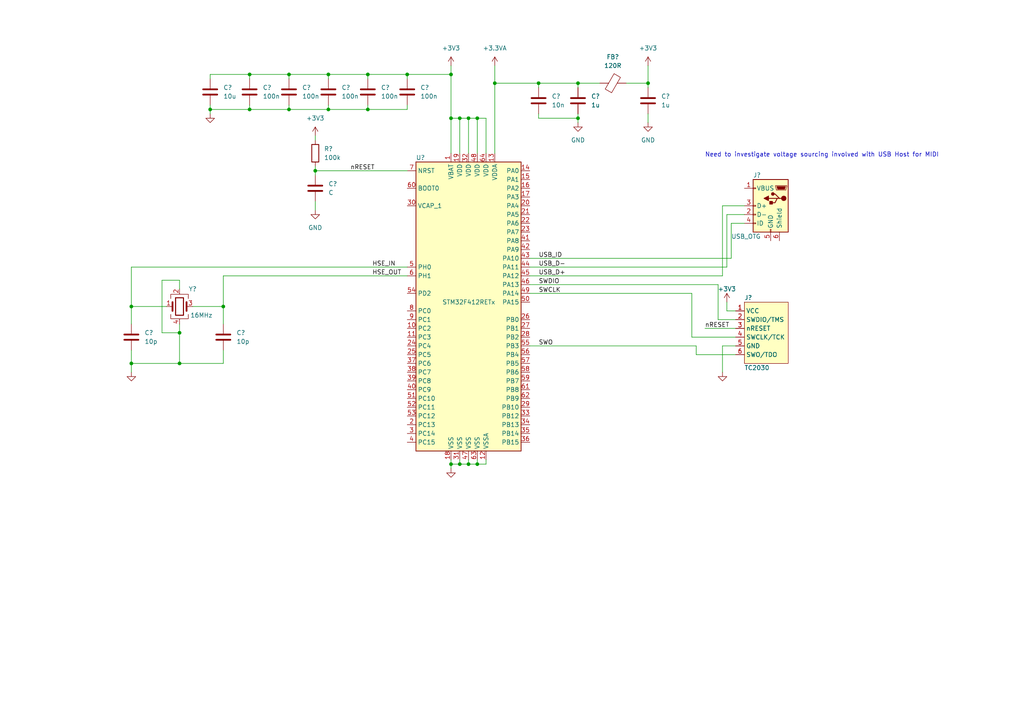
<source format=kicad_sch>
(kicad_sch (version 20211123) (generator eeschema)
  (paper "A4")
  (lib_symbols
    (symbol "Connector:USB_OTG" (pin_names (offset 1.016))
      (property "Reference" "J" (at -5.08 11.43 0))
      (property "Value" "USB_OTG" (at -5.08 8.89 0))
      (symbol "USB_OTG_0_1"
        (rectangle (start -5.08 -7.62) (end 5.08 7.62) (stroke (width 0.254)) (fill (type background)))
        (circle (center -3.81 2.159) (radius 0.635) (stroke (width 0.254)) (fill (type outline)))
        (circle (center -0.635 3.429) (radius 0.381) (stroke (width 0.254)) (fill (type outline)))
        (rectangle (start -0.127 -7.62) (end 0.127 -6.858))
        (polyline (pts (xy -1.905 2.159) (xy 0.635 2.159)) (stroke (width 0.254)))
        (polyline (pts (xy -3.175 2.159) (xy -2.54 2.159) (xy -1.27 3.429) (xy -0.635 3.429)) (stroke (width 0.254)))
        (polyline (pts (xy -2.54 2.159) (xy -1.905 2.159) (xy -1.27 0.889) (xy 0 0.889)) (stroke (width 0.254)))
        (polyline (pts (xy 0.635 2.794) (xy 0.635 1.524) (xy 1.905 2.159) (xy 0.635 2.794)) (stroke (width 0.254)) (fill (type outline)))
        (polyline (pts (xy -4.318 5.588) (xy -1.778 5.588) (xy -2.032 4.826) (xy -4.064 4.826) (xy -4.318 5.588)) (fill (type outline)))
        (polyline (pts (xy -4.699 5.842) (xy -4.699 5.588) (xy -4.445 4.826) (xy -4.445 4.572) (xy -1.651 4.572) (xy -1.651 4.826) (xy -1.397 5.588) (xy -1.397 5.842) (xy -4.699 5.842)))
        (rectangle (start 0.254 1.27) (end -0.508 0.508) (stroke (width 0.254)) (fill (type outline)))
        (rectangle (start 5.08 -5.207) (end 4.318 -4.953))
        (rectangle (start 5.08 -2.667) (end 4.318 -2.413))
        (rectangle (start 5.08 -0.127) (end 4.318 0.127))
        (rectangle (start 5.08 4.953) (end 4.318 5.207))
      )
      (symbol "USB_OTG_1_1"
        (pin passive line (at 7.62 5.08 180) (length 2.54) (name "VBUS") (number "1"))
        (pin bidirectional line (at 7.62 -2.54 180) (length 2.54) (name "D-") (number "2"))
        (pin bidirectional line (at 7.62 0 180) (length 2.54) (name "D+") (number "3"))
        (pin passive line (at 7.62 -5.08 180) (length 2.54) (name "ID") (number "4"))
        (pin passive line (at 0 -10.16 90) (length 2.54) (name "GND") (number "5"))
        (pin passive line (at -2.54 -10.16 90) (length 2.54) (name "Shield") (number "6"))
      )
    )
    (symbol "Device:C" (pin_numbers hide) (pin_names (offset 0.254))
      (property "Reference" "C" (at 0.635 2.54 0))
      (property "Value" "C" (at 0.635 -2.54 0))
      (symbol "C_0_1"
        (polyline (pts (xy -2.032 -0.762) (xy 2.032 -0.762)) (stroke (width 0.508)))
        (polyline (pts (xy -2.032 0.762) (xy 2.032 0.762)) (stroke (width 0.508)))
      )
      (symbol "C_1_1"
        (pin passive line (at 0 3.81 270) (length 2.794) (name "~") (number "1"))
        (pin passive line (at 0 -3.81 90) (length 2.794) (name "~") (number "2"))
      )
    )
    (symbol "Device:Crystal_GND24" (pin_names (offset 1.016) hide)
      (property "Reference" "Y" (at 3.175 5.08 0))
      (property "Value" "Crystal_GND24" (at 3.175 3.175 0))
      (symbol "Crystal_GND24_0_1"
        (rectangle (start -1.143 2.54) (end 1.143 -2.54) (stroke (width 0.3048)))
        (polyline (pts (xy -2.54 0) (xy -2.032 0)))
        (polyline (pts (xy -2.032 -1.27) (xy -2.032 1.27)) (stroke (width 0.508)))
        (polyline (pts (xy 0 -3.81) (xy 0 -3.556)))
        (polyline (pts (xy 0 3.556) (xy 0 3.81)))
        (polyline (pts (xy 2.032 -1.27) (xy 2.032 1.27)) (stroke (width 0.508)))
        (polyline (pts (xy 2.032 0) (xy 2.54 0)))
        (polyline (pts (xy -2.54 -2.286) (xy -2.54 -3.556) (xy 2.54 -3.556) (xy 2.54 -2.286)))
        (polyline (pts (xy -2.54 2.286) (xy -2.54 3.556) (xy 2.54 3.556) (xy 2.54 2.286)))
      )
      (symbol "Crystal_GND24_1_1"
        (pin passive line (at -3.81 0 0) (length 1.27) (name "1") (number "1"))
        (pin passive line (at 0 5.08 270) (length 1.27) (name "2") (number "2"))
        (pin passive line (at 3.81 0 180) (length 1.27) (name "3") (number "3"))
        (pin passive line (at 0 -5.08 90) (length 1.27) (name "4") (number "4"))
      )
    )
    (symbol "Device:FerriteBead" (pin_numbers hide) (pin_names (offset 0))
      (property "Reference" "FB" (at -3.81 0.635 90))
      (property "Value" "FerriteBead" (at 3.81 0 90))
      (symbol "FerriteBead_0_1"
        (polyline (pts (xy 0 -1.27) (xy 0 -1.2192)))
        (polyline (pts (xy 0 1.27) (xy 0 1.2954)))
        (polyline (pts (xy -2.7686 0.4064) (xy -1.7018 2.2606) (xy 2.7686 -0.3048) (xy 1.6764 -2.159) (xy -2.7686 0.4064)))
      )
      (symbol "FerriteBead_1_1"
        (pin passive line (at 0 3.81 270) (length 2.54) (name "~") (number "1"))
        (pin passive line (at 0 -3.81 90) (length 2.54) (name "~") (number "2"))
      )
    )
    (symbol "Device:R" (pin_numbers hide) (pin_names (offset 0))
      (property "Reference" "R" (at 2.032 0 90))
      (property "Value" "R" (at 0 0 90))
      (symbol "R_0_1"
        (rectangle (start -1.016 -2.54) (end 1.016 2.54) (stroke (width 0.254)))
      )
      (symbol "R_1_1"
        (pin passive line (at 0 3.81 270) (length 1.27) (name "~") (number "1"))
        (pin passive line (at 0 -3.81 90) (length 1.27) (name "~") (number "2"))
      )
    )
    (symbol "MCU_ST_STM32F4:STM32F412RETx"
      (property "Reference" "U" (at -15.24 41.91 0))
      (property "Value" "STM32F412RETx" (at 10.16 41.91 0))
      (symbol "STM32F412RETx_0_1"
        (rectangle (start -15.24 -43.18) (end 15.24 40.64) (stroke (width 0.254)) (fill (type background)))
      )
      (symbol "STM32F412RETx_1_1"
        (pin power_in line (at -5.08 43.18 270) (length 2.54) (name "VBAT") (number "1"))
        (pin bidirectional line (at -17.78 -7.62 0) (length 2.54) (name "PC2") (number "10"))
        (pin bidirectional line (at -17.78 -10.16 0) (length 2.54) (name "PC3") (number "11"))
        (pin power_in line (at 5.08 -45.72 90) (length 2.54) (name "VSSA") (number "12"))
        (pin power_in line (at 7.62 43.18 270) (length 2.54) (name "VDDA") (number "13"))
        (pin bidirectional line (at 17.78 38.1 180) (length 2.54) (name "PA0") (number "14"))
        (pin bidirectional line (at 17.78 35.56 180) (length 2.54) (name "PA1") (number "15"))
        (pin bidirectional line (at 17.78 33.02 180) (length 2.54) (name "PA2") (number "16"))
        (pin bidirectional line (at 17.78 30.48 180) (length 2.54) (name "PA3") (number "17"))
        (pin power_in line (at -5.08 -45.72 90) (length 2.54) (name "VSS") (number "18"))
        (pin power_in line (at -2.54 43.18 270) (length 2.54) (name "VDD") (number "19"))
        (pin bidirectional line (at -17.78 -35.56 0) (length 2.54) (name "PC13") (number "2"))
        (pin bidirectional line (at 17.78 27.94 180) (length 2.54) (name "PA4") (number "20"))
        (pin bidirectional line (at 17.78 25.4 180) (length 2.54) (name "PA5") (number "21"))
        (pin bidirectional line (at 17.78 22.86 180) (length 2.54) (name "PA6") (number "22"))
        (pin bidirectional line (at 17.78 20.32 180) (length 2.54) (name "PA7") (number "23"))
        (pin bidirectional line (at -17.78 -12.7 0) (length 2.54) (name "PC4") (number "24"))
        (pin bidirectional line (at -17.78 -15.24 0) (length 2.54) (name "PC5") (number "25"))
        (pin bidirectional line (at 17.78 -5.08 180) (length 2.54) (name "PB0") (number "26"))
        (pin bidirectional line (at 17.78 -7.62 180) (length 2.54) (name "PB1") (number "27"))
        (pin bidirectional line (at 17.78 -10.16 180) (length 2.54) (name "PB2") (number "28"))
        (pin bidirectional line (at 17.78 -30.48 180) (length 2.54) (name "PB10") (number "29"))
        (pin bidirectional line (at -17.78 -38.1 0) (length 2.54) (name "PC14") (number "3"))
        (pin power_in line (at -17.78 27.94 0) (length 2.54) (name "VCAP_1") (number "30"))
        (pin power_in line (at -2.54 -45.72 90) (length 2.54) (name "VSS") (number "31"))
        (pin power_in line (at 0 43.18 270) (length 2.54) (name "VDD") (number "32"))
        (pin bidirectional line (at 17.78 -33.02 180) (length 2.54) (name "PB12") (number "33"))
        (pin bidirectional line (at 17.78 -35.56 180) (length 2.54) (name "PB13") (number "34"))
        (pin bidirectional line (at 17.78 -38.1 180) (length 2.54) (name "PB14") (number "35"))
        (pin bidirectional line (at 17.78 -40.64 180) (length 2.54) (name "PB15") (number "36"))
        (pin bidirectional line (at -17.78 -17.78 0) (length 2.54) (name "PC6") (number "37"))
        (pin bidirectional line (at -17.78 -20.32 0) (length 2.54) (name "PC7") (number "38"))
        (pin bidirectional line (at -17.78 -22.86 0) (length 2.54) (name "PC8") (number "39"))
        (pin bidirectional line (at -17.78 -40.64 0) (length 2.54) (name "PC15") (number "4"))
        (pin bidirectional line (at -17.78 -25.4 0) (length 2.54) (name "PC9") (number "40"))
        (pin bidirectional line (at 17.78 17.78 180) (length 2.54) (name "PA8") (number "41"))
        (pin bidirectional line (at 17.78 15.24 180) (length 2.54) (name "PA9") (number "42"))
        (pin bidirectional line (at 17.78 12.7 180) (length 2.54) (name "PA10") (number "43"))
        (pin bidirectional line (at 17.78 10.16 180) (length 2.54) (name "PA11") (number "44"))
        (pin bidirectional line (at 17.78 7.62 180) (length 2.54) (name "PA12") (number "45"))
        (pin bidirectional line (at 17.78 5.08 180) (length 2.54) (name "PA13") (number "46"))
        (pin power_in line (at 0 -45.72 90) (length 2.54) (name "VSS") (number "47"))
        (pin power_in line (at 2.54 43.18 270) (length 2.54) (name "VDD") (number "48"))
        (pin bidirectional line (at 17.78 2.54 180) (length 2.54) (name "PA14") (number "49"))
        (pin input line (at -17.78 10.16 0) (length 2.54) (name "PH0") (number "5"))
        (pin bidirectional line (at 17.78 0 180) (length 2.54) (name "PA15") (number "50"))
        (pin bidirectional line (at -17.78 -27.94 0) (length 2.54) (name "PC10") (number "51"))
        (pin bidirectional line (at -17.78 -30.48 0) (length 2.54) (name "PC11") (number "52"))
        (pin bidirectional line (at -17.78 -33.02 0) (length 2.54) (name "PC12") (number "53"))
        (pin bidirectional line (at -17.78 2.54 0) (length 2.54) (name "PD2") (number "54"))
        (pin bidirectional line (at 17.78 -12.7 180) (length 2.54) (name "PB3") (number "55"))
        (pin bidirectional line (at 17.78 -15.24 180) (length 2.54) (name "PB4") (number "56"))
        (pin bidirectional line (at 17.78 -17.78 180) (length 2.54) (name "PB5") (number "57"))
        (pin bidirectional line (at 17.78 -20.32 180) (length 2.54) (name "PB6") (number "58"))
        (pin bidirectional line (at 17.78 -22.86 180) (length 2.54) (name "PB7") (number "59"))
        (pin input line (at -17.78 7.62 0) (length 2.54) (name "PH1") (number "6"))
        (pin input line (at -17.78 33.02 0) (length 2.54) (name "BOOT0") (number "60"))
        (pin bidirectional line (at 17.78 -25.4 180) (length 2.54) (name "PB8") (number "61"))
        (pin bidirectional line (at 17.78 -27.94 180) (length 2.54) (name "PB9") (number "62"))
        (pin power_in line (at 2.54 -45.72 90) (length 2.54) (name "VSS") (number "63"))
        (pin power_in line (at 5.08 43.18 270) (length 2.54) (name "VDD") (number "64"))
        (pin input line (at -17.78 38.1 0) (length 2.54) (name "NRST") (number "7"))
        (pin bidirectional line (at -17.78 -2.54 0) (length 2.54) (name "PC0") (number "8"))
        (pin bidirectional line (at -17.78 -5.08 0) (length 2.54) (name "PC1") (number "9"))
      )
    )
    (symbol "midi-library:TC2030"
      (property "Reference" "J" (at 5.08 -1.27 0))
      (property "Value" "TC2030" (at 3.81 -21.59 0))
      (symbol "TC2030_0_1"
        (rectangle (start -5.08 -2.54) (end 7.62 -20.32) (fill (type background)))
      )
      (symbol "TC2030_1_1"
        (pin power_in line (at -7.62 -5.08 0) (length 2.54) (name "VCC") (number "1"))
        (pin passive line (at -7.62 -7.62 0) (length 2.54) (name "SWDIO/TMS") (number "2"))
        (pin passive line (at -7.62 -10.16 0) (length 2.54) (name "nRESET") (number "3"))
        (pin passive line (at -7.62 -12.7 0) (length 2.54) (name "SWCLK/TCK") (number "4"))
        (pin passive line (at -7.62 -15.24 0) (length 2.54) (name "GND") (number "5"))
        (pin passive line (at -7.62 -17.78 0) (length 2.54) (name "SWO/TDO") (number "6"))
      )
    )
    (symbol "power:+3.3VA" (power) (pin_names (offset 0))
      (property "Value" "+3.3VA" (at 0 3.556 0))
      (symbol "+3.3VA_0_1"
        (polyline (pts (xy -0.762 1.27) (xy 0 2.54)))
        (polyline (pts (xy 0 0) (xy 0 2.54)))
        (polyline (pts (xy 0 2.54) (xy 0.762 1.27)))
      )
      (symbol "+3.3VA_1_1"
        (pin power_in line (at 0 0 90) (length 0) hide (name "+3.3VA") (number "1"))
      )
    )
    (symbol "power:+3V3" (power) (pin_names (offset 0))
      (property "Value" "+3V3" (at 0 3.556 0))
      (symbol "+3V3_0_1"
        (polyline (pts (xy -0.762 1.27) (xy 0 2.54)))
        (polyline (pts (xy 0 0) (xy 0 2.54)))
        (polyline (pts (xy 0 2.54) (xy 0.762 1.27)))
      )
      (symbol "+3V3_1_1"
        (pin power_in line (at 0 0 90) (length 0) hide (name "+3V3") (number "1"))
      )
    )
    (symbol "power:GND" (power) (pin_names (offset 0))
      (property "Value" "GND" (at 0 -3.81 0))
      (symbol "GND_0_1"
        (polyline (pts (xy 0 0) (xy 0 -1.27) (xy 1.27 -1.27) (xy 0 -2.54) (xy -1.27 -1.27) (xy 0 -1.27)))
      )
      (symbol "GND_1_1"
        (pin power_in line (at 0 0 270) (length 0) hide (name "GND") (number "1"))
      )
    )
  )
  (junction (at 83.82 21.59))
  (junction (at 135.89 134.62))
  (junction (at 135.89 34.29))
  (junction (at 83.82 31.75))
  (junction (at 138.43 34.29))
  (junction (at 72.39 31.75))
  (junction (at 106.68 21.59))
  (junction (at 38.1 105.41))
  (junction (at 130.81 34.29))
  (junction (at 91.44 49.53))
  (junction (at 187.96 24.13))
  (junction (at 60.96 31.75))
  (junction (at 64.77 88.9))
  (junction (at 38.1 88.9))
  (junction (at 130.81 134.62))
  (junction (at 118.11 21.59))
  (junction (at 106.68 31.75))
  (junction (at 167.64 24.13))
  (junction (at 95.25 31.75))
  (junction (at 95.25 21.59))
  (junction (at 138.43 134.62))
  (junction (at 143.51 24.13))
  (junction (at 52.07 96.52))
  (junction (at 156.21 24.13))
  (junction (at 133.35 34.29))
  (junction (at 133.35 134.62))
  (junction (at 130.81 21.59))
  (junction (at 52.07 105.41))
  (junction (at 167.64 34.29))
  (junction (at 72.39 21.59))
  (wire (pts (xy 38.1 88.9) (xy 38.1 77.47)))
  (wire (pts (xy 209.55 100.33) (xy 209.55 107.95)))
  (wire (pts (xy 213.36 100.33) (xy 209.55 100.33)))
  (wire (pts (xy 140.97 134.62) (xy 138.43 134.62)))
  (wire (pts (xy 204.47 95.25) (xy 213.36 95.25)))
  (wire (pts (xy 143.51 19.05) (xy 143.51 24.13)))
  (wire (pts (xy 52.07 93.98) (xy 52.07 96.52)))
  (wire (pts (xy 153.67 85.09) (xy 200.66 85.09)))
  (wire (pts (xy 52.07 96.52) (xy 46.99 96.52)))
  (wire (pts (xy 208.28 82.55) (xy 208.28 92.71)))
  (wire (pts (xy 118.11 21.59) (xy 130.81 21.59)))
  (wire (pts (xy 55.88 88.9) (xy 64.77 88.9)))
  (wire (pts (xy 95.25 21.59) (xy 95.25 22.86)))
  (wire (pts (xy 210.82 87.63) (xy 210.82 90.17)))
  (wire (pts (xy 38.1 105.41) (xy 38.1 107.95)))
  (wire (pts (xy 46.99 81.28) (xy 52.07 81.28)))
  (wire (pts (xy 106.68 31.75) (xy 118.11 31.75)))
  (wire (pts (xy 133.35 134.62) (xy 130.81 134.62)))
  (wire (pts (xy 135.89 134.62) (xy 133.35 134.62)))
  (wire (pts (xy 83.82 30.48) (xy 83.82 31.75)))
  (wire (pts (xy 167.64 34.29) (xy 167.64 35.56)))
  (wire (pts (xy 52.07 96.52) (xy 52.07 105.41)))
  (wire (pts (xy 153.67 82.55) (xy 208.28 82.55)))
  (wire (pts (xy 60.96 31.75) (xy 60.96 33.02)))
  (wire (pts (xy 60.96 31.75) (xy 72.39 31.75)))
  (wire (pts (xy 64.77 88.9) (xy 64.77 93.98)))
  (wire (pts (xy 210.82 62.23) (xy 215.9 62.23)))
  (wire (pts (xy 167.64 34.29) (xy 167.64 33.02)))
  (wire (pts (xy 95.25 30.48) (xy 95.25 31.75)))
  (wire (pts (xy 138.43 34.29) (xy 138.43 44.45)))
  (wire (pts (xy 133.35 133.35) (xy 133.35 134.62)))
  (wire (pts (xy 106.68 21.59) (xy 106.68 22.86)))
  (wire (pts (xy 91.44 58.42) (xy 91.44 60.96)))
  (wire (pts (xy 135.89 34.29) (xy 135.89 44.45)))
  (wire (pts (xy 138.43 133.35) (xy 138.43 134.62)))
  (wire (pts (xy 201.93 102.87) (xy 201.93 100.33)))
  (wire (pts (xy 64.77 80.01) (xy 118.11 80.01)))
  (wire (pts (xy 167.64 24.13) (xy 173.99 24.13)))
  (wire (pts (xy 212.09 64.77) (xy 215.9 64.77)))
  (wire (pts (xy 118.11 31.75) (xy 118.11 30.48)))
  (wire (pts (xy 213.36 102.87) (xy 201.93 102.87)))
  (wire (pts (xy 210.82 77.47) (xy 210.82 62.23)))
  (wire (pts (xy 212.09 74.93) (xy 212.09 64.77)))
  (wire (pts (xy 38.1 88.9) (xy 48.26 88.9)))
  (wire (pts (xy 91.44 49.53) (xy 118.11 49.53)))
  (wire (pts (xy 95.25 31.75) (xy 106.68 31.75)))
  (wire (pts (xy 118.11 21.59) (xy 118.11 22.86)))
  (wire (pts (xy 181.61 24.13) (xy 187.96 24.13)))
  (wire (pts (xy 130.81 19.05) (xy 130.81 21.59)))
  (wire (pts (xy 187.96 19.05) (xy 187.96 24.13)))
  (wire (pts (xy 153.67 80.01) (xy 209.55 80.01)))
  (wire (pts (xy 187.96 33.02) (xy 187.96 35.56)))
  (wire (pts (xy 72.39 31.75) (xy 83.82 31.75)))
  (wire (pts (xy 153.67 74.93) (xy 212.09 74.93)))
  (wire (pts (xy 60.96 21.59) (xy 72.39 21.59)))
  (wire (pts (xy 95.25 21.59) (xy 106.68 21.59)))
  (wire (pts (xy 64.77 80.01) (xy 64.77 88.9)))
  (wire (pts (xy 140.97 133.35) (xy 140.97 134.62)))
  (wire (pts (xy 156.21 25.4) (xy 156.21 24.13)))
  (wire (pts (xy 130.81 21.59) (xy 130.81 34.29)))
  (wire (pts (xy 38.1 105.41) (xy 52.07 105.41)))
  (wire (pts (xy 156.21 24.13) (xy 167.64 24.13)))
  (wire (pts (xy 153.67 100.33) (xy 201.93 100.33)))
  (wire (pts (xy 52.07 81.28) (xy 52.07 83.82)))
  (wire (pts (xy 46.99 96.52) (xy 46.99 81.28)))
  (wire (pts (xy 130.81 34.29) (xy 133.35 34.29)))
  (wire (pts (xy 60.96 22.86) (xy 60.96 21.59)))
  (wire (pts (xy 130.81 34.29) (xy 130.81 44.45)))
  (wire (pts (xy 167.64 24.13) (xy 167.64 25.4)))
  (wire (pts (xy 138.43 34.29) (xy 140.97 34.29)))
  (wire (pts (xy 38.1 77.47) (xy 118.11 77.47)))
  (wire (pts (xy 60.96 30.48) (xy 60.96 31.75)))
  (wire (pts (xy 83.82 21.59) (xy 95.25 21.59)))
  (wire (pts (xy 156.21 24.13) (xy 143.51 24.13)))
  (wire (pts (xy 156.21 33.02) (xy 156.21 34.29)))
  (wire (pts (xy 209.55 59.69) (xy 215.9 59.69)))
  (wire (pts (xy 72.39 30.48) (xy 72.39 31.75)))
  (wire (pts (xy 153.67 77.47) (xy 210.82 77.47)))
  (wire (pts (xy 52.07 105.41) (xy 64.77 105.41)))
  (wire (pts (xy 83.82 21.59) (xy 83.82 22.86)))
  (wire (pts (xy 106.68 30.48) (xy 106.68 31.75)))
  (wire (pts (xy 187.96 24.13) (xy 187.96 25.4)))
  (wire (pts (xy 213.36 97.79) (xy 200.66 97.79)))
  (wire (pts (xy 208.28 92.71) (xy 213.36 92.71)))
  (wire (pts (xy 38.1 101.6) (xy 38.1 105.41)))
  (wire (pts (xy 138.43 134.62) (xy 135.89 134.62)))
  (wire (pts (xy 140.97 34.29) (xy 140.97 44.45)))
  (wire (pts (xy 72.39 21.59) (xy 83.82 21.59)))
  (wire (pts (xy 91.44 48.26) (xy 91.44 49.53)))
  (wire (pts (xy 209.55 80.01) (xy 209.55 59.69)))
  (wire (pts (xy 64.77 105.41) (xy 64.77 101.6)))
  (wire (pts (xy 91.44 39.37) (xy 91.44 40.64)))
  (wire (pts (xy 156.21 34.29) (xy 167.64 34.29)))
  (wire (pts (xy 135.89 34.29) (xy 138.43 34.29)))
  (wire (pts (xy 106.68 21.59) (xy 118.11 21.59)))
  (wire (pts (xy 135.89 133.35) (xy 135.89 134.62)))
  (wire (pts (xy 130.81 134.62) (xy 130.81 135.89)))
  (wire (pts (xy 210.82 90.17) (xy 213.36 90.17)))
  (wire (pts (xy 200.66 97.79) (xy 200.66 85.09)))
  (wire (pts (xy 143.51 24.13) (xy 143.51 44.45)))
  (wire (pts (xy 133.35 34.29) (xy 135.89 34.29)))
  (wire (pts (xy 38.1 93.98) (xy 38.1 88.9)))
  (wire (pts (xy 91.44 50.8) (xy 91.44 49.53)))
  (wire (pts (xy 133.35 34.29) (xy 133.35 44.45)))
  (wire (pts (xy 72.39 21.59) (xy 72.39 22.86)))
  (wire (pts (xy 130.81 133.35) (xy 130.81 134.62)))
  (wire (pts (xy 83.82 31.75) (xy 95.25 31.75)))
  (text "Need to investigate voltage sourcing involved with USB Host for MIDI" (at 204.47 45.72 0) (effects (font (size 1.27 1.27)) (justify left bottom)))
  (label "USB_D-" (at 156.21 77.47 0))
  (label "SWCLK" (at 156.21 85.09 0))
  (label "nRESET" (at 204.47 95.25 0))
  (label "HSE_IN" (at 107.95 77.47 0))
  (label "USB_D+" (at 156.21 80.01 0))
  (label "USB_ID" (at 156.21 74.93 0))
  (label "nRESET" (at 101.6 49.53 0))
  (label "SWO" (at 156.21 100.33 0))
  (label "HSE_OUT" (at 107.95 80.01 0))
  (label "SWDIO" (at 156.21 82.55 0))
  (symbol (lib_id "power:+3V3") (at 130.81 19.05 0) (unit 1)
    (property "Reference" "#PWR?" (effects hide))
    (property "Value" "+3V3" (at 130.81 13.97 0))
  )
  (symbol (lib_id "Device:C") (at 167.64 29.21 0) (unit 1)
    (property "Reference" "C?" (at 171.45 27.9399 0) (effects (justify left)))
    (property "Value" "1u" (at 171.45 30.4799 0) (effects (justify left)))
  )
  (symbol (lib_id "MCU_ST_STM32F4:STM32F412RETx") (at 135.89 87.63 0) (unit 1)
    (property "Reference" "U?" (at 120.65 45.72 0) (effects (justify left)))
    (property "Value" "STM32F412RETx" (at 128.27 87.63 0) (effects (justify left)))
    (property "Footprint" "Package_QFP:LQFP-64_10x10mm_P0.5mm" (effects hide))
    (property "Datasheet" "http://www.st.com/st-web-ui/static/active/en/resource/technical/document/datasheet/DM00213872.pdf" (effects hide))
  )
  (symbol (lib_id "Device:C") (at 95.25 26.67 0) (unit 1)
    (property "Reference" "C?" (at 99.06 25.3999 0) (effects (justify left)))
    (property "Value" "100n" (at 99.06 27.9399 0) (effects (justify left)))
  )
  (symbol (lib_id "power:GND") (at 60.96 33.02 0) (unit 1)
    (property "Reference" "#PWR?" (effects hide))
    (property "Value" "GND" (effects hide))
  )
  (symbol (lib_id "Device:C") (at 118.11 26.67 0) (unit 1)
    (property "Reference" "C?" (at 121.92 25.3999 0) (effects (justify left)))
    (property "Value" "100n" (at 121.92 27.9399 0) (effects (justify left)))
  )
  (symbol (lib_id "power:+3.3VA") (at 143.51 19.05 0) (unit 1)
    (property "Reference" "#PWR?" (effects hide))
    (property "Value" "+3.3VA" (at 143.51 13.97 0))
  )
  (symbol (lib_id "Device:R") (at 91.44 44.45 0) (unit 1)
    (property "Reference" "R?" (at 93.98 43.1799 0) (effects (justify left)))
    (property "Value" "100k" (at 93.98 45.7199 0) (effects (justify left)))
  )
  (symbol (lib_id "Device:C") (at 60.96 26.67 0) (unit 1)
    (property "Reference" "C?" (at 64.77 25.3999 0) (effects (justify left)))
    (property "Value" "10u" (at 64.77 27.9399 0) (effects (justify left)))
  )
  (symbol (lib_id "Device:C") (at 38.1 97.79 0) (unit 1)
    (property "Reference" "C?" (at 41.91 96.5199 0) (effects (justify left)))
    (property "Value" "10p" (at 41.91 99.0599 0) (effects (justify left)))
  )
  (symbol (lib_id "power:GND") (at 187.96 35.56 0) (unit 1)
    (property "Reference" "#PWR?" (effects hide))
    (property "Value" "GND" (at 187.96 40.64 0))
  )
  (symbol (lib_id "power:+3V3") (at 210.82 87.63 0) (unit 1)
    (property "Reference" "#PWR?" (effects hide))
    (property "Value" "+3V3" (at 210.82 83.82 0))
  )
  (symbol (lib_id "Device:C") (at 64.77 97.79 0) (unit 1)
    (property "Reference" "C?" (at 68.58 96.5199 0) (effects (justify left)))
    (property "Value" "10p" (at 68.58 99.0599 0) (effects (justify left)))
  )
  (symbol (lib_id "midi-library:TC2030") (at 220.98 85.09 0) (unit 1)
    (property "Reference" "J?" (at 215.9 86.36 0) (effects (justify left)))
    (property "Value" "TC2030" (at 215.9 106.68 0) (effects (justify left)))
    (property "Footprint" "Connector:Tag-Connect_TC2030-IDC-FP_2x03_P1.27mm_Vertical" (effects hide))
    (property "Datasheet" "https://www.tag-connect.com/product/tc2030-ctx-6-pin-cable-for-arm-cortex" (effects hide))
  )
  (symbol (lib_id "Device:C") (at 83.82 26.67 0) (unit 1)
    (property "Reference" "C?" (at 87.63 25.3999 0) (effects (justify left)))
    (property "Value" "100n" (at 87.63 27.9399 0) (effects (justify left)))
  )
  (symbol (lib_id "Device:C") (at 187.96 29.21 0) (unit 1)
    (property "Reference" "C?" (at 191.77 27.9399 0) (effects (justify left)))
    (property "Value" "1u" (at 191.77 30.4799 0) (effects (justify left)))
  )
  (symbol (lib_id "Device:C") (at 156.21 29.21 0) (unit 1)
    (property "Reference" "C?" (at 160.02 27.9399 0) (effects (justify left)))
    (property "Value" "10n" (at 160.02 30.4799 0) (effects (justify left)))
  )
  (symbol (lib_id "power:GND") (at 130.81 135.89 0) (unit 1)
    (property "Reference" "#PWR?" (effects hide))
    (property "Value" "GND" (effects hide))
  )
  (symbol (lib_id "power:GND") (at 38.1 107.95 0) (unit 1)
    (property "Reference" "#PWR?" (effects hide))
    (property "Value" "GND" (effects hide))
  )
  (symbol (lib_id "power:+3V3") (at 91.44 39.37 0) (unit 1)
    (property "Reference" "#PWR?" (effects hide))
    (property "Value" "+3V3" (at 91.44 34.29 0))
  )
  (symbol (lib_id "Device:Crystal_GND24") (at 52.07 88.9 0) (unit 1)
    (property "Reference" "Y?" (at 55.88 83.82 0))
    (property "Value" "16MHz" (at 58.42 91.44 0))
    (property "JLPCB-PN" "C112972" (effects hide))
  )
  (symbol (lib_id "power:+3V3") (at 187.96 19.05 0) (unit 1)
    (property "Reference" "#PWR?" (effects hide))
    (property "Value" "+3V3" (at 187.96 13.97 0))
  )
  (symbol (lib_id "power:GND") (at 91.44 60.96 0) (unit 1)
    (property "Reference" "#PWR?" (effects hide))
    (property "Value" "GND" (at 91.44 66.04 0))
  )
  (symbol (lib_id "power:GND") (at 167.64 35.56 0) (unit 1)
    (property "Reference" "#PWR?" (effects hide))
    (property "Value" "GND" (at 167.64 40.64 0))
  )
  (symbol (lib_id "Device:C") (at 72.39 26.67 0) (unit 1)
    (property "Reference" "C?" (at 76.2 25.3999 0) (effects (justify left)))
    (property "Value" "100n" (at 76.2 27.9399 0) (effects (justify left)))
  )
  (symbol (lib_id "Device:C") (at 91.44 54.61 0) (unit 1)
    (property "Reference" "C?" (at 95.25 53.3399 0) (effects (justify left)))
    (property "Value" "C" (at 95.25 55.8799 0) (effects (justify left)))
  )
  (symbol (lib_id "Device:FerriteBead") (at 177.8 24.13 90) (unit 1)
    (property "Reference" "FB?" (at 177.7492 16.51 90))
    (property "Value" "120R" (at 177.7492 19.05 90))
  )
  (symbol (lib_id "power:GND") (at 209.55 107.95 0) (unit 1)
    (property "Reference" "#PWR?" (effects hide))
    (property "Value" "GND" (effects hide))
  )
  (symbol (lib_id "Device:C") (at 106.68 26.67 0) (unit 1)
    (property "Reference" "C?" (at 110.49 25.3999 0) (effects (justify left)))
    (property "Value" "100n" (at 110.49 27.9399 0) (effects (justify left)))
  )
  (symbol (lib_id "Connector:USB_OTG") (at 223.52 59.69 0) (mirror y) (unit 1)
    (property "Reference" "J?" (at 218.44 50.8 0) (effects (justify right)))
    (property "Value" "USB_OTG" (at 212.09 68.58 0) (effects (justify right)))
    (property "Datasheet" " ~" (effects hide))
  )
)
</source>
